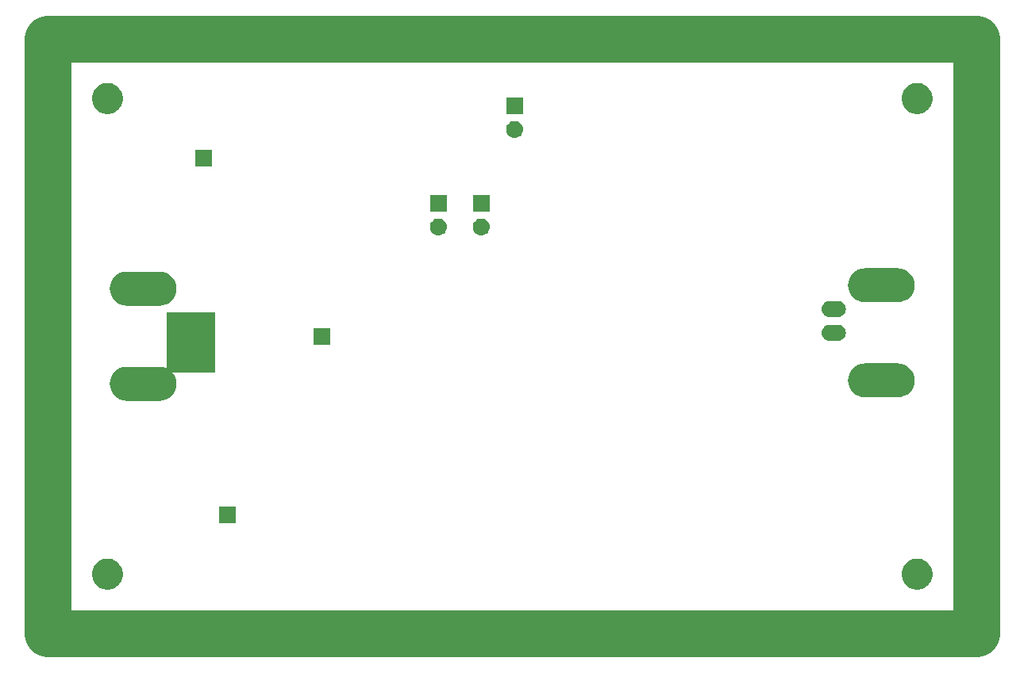
<source format=gbr>
G04 #@! TF.GenerationSoftware,KiCad,Pcbnew,(5.1.0-0)*
G04 #@! TF.CreationDate,2021-05-05T21:59:45-07:00*
G04 #@! TF.ProjectId,voltage_preamp,766f6c74-6167-4655-9f70-7265616d702e,rev?*
G04 #@! TF.SameCoordinates,Original*
G04 #@! TF.FileFunction,Soldermask,Bot*
G04 #@! TF.FilePolarity,Negative*
%FSLAX46Y46*%
G04 Gerber Fmt 4.6, Leading zero omitted, Abs format (unit mm)*
G04 Created by KiCad (PCBNEW (5.1.0-0)) date 2021-05-05 21:59:45*
%MOMM*%
%LPD*%
G04 APERTURE LIST*
%ADD10C,0.100000*%
%ADD11C,5.000000*%
G04 APERTURE END LIST*
D10*
G36*
X129540000Y-147320000D02*
G01*
X124460000Y-147320000D01*
X124460000Y-140970000D01*
X129540000Y-140970000D01*
X129540000Y-147320000D01*
G37*
X129540000Y-147320000D02*
X124460000Y-147320000D01*
X124460000Y-140970000D01*
X129540000Y-140970000D01*
X129540000Y-147320000D01*
D11*
X210820000Y-111760000D02*
X111760000Y-111760000D01*
X210820000Y-175260000D02*
X210820000Y-111760000D01*
X111760000Y-175260000D02*
X210820000Y-175260000D01*
X111760000Y-111760000D02*
X111760000Y-175260000D01*
D10*
G36*
X204845256Y-167301298D02*
G01*
X204951579Y-167322447D01*
X205252042Y-167446903D01*
X205522451Y-167627585D01*
X205752415Y-167857549D01*
X205933097Y-168127958D01*
X206057553Y-168428421D01*
X206121000Y-168747391D01*
X206121000Y-169072609D01*
X206057553Y-169391579D01*
X205933097Y-169692042D01*
X205752415Y-169962451D01*
X205522451Y-170192415D01*
X205252042Y-170373097D01*
X204951579Y-170497553D01*
X204845256Y-170518702D01*
X204632611Y-170561000D01*
X204307389Y-170561000D01*
X204094744Y-170518702D01*
X203988421Y-170497553D01*
X203687958Y-170373097D01*
X203417549Y-170192415D01*
X203187585Y-169962451D01*
X203006903Y-169692042D01*
X202882447Y-169391579D01*
X202819000Y-169072609D01*
X202819000Y-168747391D01*
X202882447Y-168428421D01*
X203006903Y-168127958D01*
X203187585Y-167857549D01*
X203417549Y-167627585D01*
X203687958Y-167446903D01*
X203988421Y-167322447D01*
X204094744Y-167301298D01*
X204307389Y-167259000D01*
X204632611Y-167259000D01*
X204845256Y-167301298D01*
X204845256Y-167301298D01*
G37*
G36*
X118485256Y-167301298D02*
G01*
X118591579Y-167322447D01*
X118892042Y-167446903D01*
X119162451Y-167627585D01*
X119392415Y-167857549D01*
X119573097Y-168127958D01*
X119697553Y-168428421D01*
X119761000Y-168747391D01*
X119761000Y-169072609D01*
X119697553Y-169391579D01*
X119573097Y-169692042D01*
X119392415Y-169962451D01*
X119162451Y-170192415D01*
X118892042Y-170373097D01*
X118591579Y-170497553D01*
X118485256Y-170518702D01*
X118272611Y-170561000D01*
X117947389Y-170561000D01*
X117734744Y-170518702D01*
X117628421Y-170497553D01*
X117327958Y-170373097D01*
X117057549Y-170192415D01*
X116827585Y-169962451D01*
X116646903Y-169692042D01*
X116522447Y-169391579D01*
X116459000Y-169072609D01*
X116459000Y-168747391D01*
X116522447Y-168428421D01*
X116646903Y-168127958D01*
X116827585Y-167857549D01*
X117057549Y-167627585D01*
X117327958Y-167446903D01*
X117628421Y-167322447D01*
X117734744Y-167301298D01*
X117947389Y-167259000D01*
X118272611Y-167259000D01*
X118485256Y-167301298D01*
X118485256Y-167301298D01*
G37*
G36*
X131838000Y-163461000D02*
G01*
X130036000Y-163461000D01*
X130036000Y-161659000D01*
X131838000Y-161659000D01*
X131838000Y-163461000D01*
X131838000Y-163461000D01*
G37*
G36*
X123846669Y-146797686D02*
G01*
X124023058Y-146815059D01*
X124362548Y-146918042D01*
X124362550Y-146918043D01*
X124675422Y-147085277D01*
X124949661Y-147310339D01*
X125174723Y-147584578D01*
X125341957Y-147897450D01*
X125341958Y-147897452D01*
X125444941Y-148236942D01*
X125479714Y-148590000D01*
X125444941Y-148943058D01*
X125362623Y-149214423D01*
X125341957Y-149282550D01*
X125174723Y-149595422D01*
X124949661Y-149869661D01*
X124675422Y-150094723D01*
X124362550Y-150261957D01*
X124362548Y-150261958D01*
X124023058Y-150364941D01*
X123846669Y-150382314D01*
X123758476Y-150391000D01*
X120081524Y-150391000D01*
X119993331Y-150382314D01*
X119816942Y-150364941D01*
X119477452Y-150261958D01*
X119477450Y-150261957D01*
X119164578Y-150094723D01*
X118890339Y-149869661D01*
X118665277Y-149595422D01*
X118498043Y-149282550D01*
X118477377Y-149214423D01*
X118395059Y-148943058D01*
X118360286Y-148590000D01*
X118395059Y-148236942D01*
X118498042Y-147897452D01*
X118498043Y-147897450D01*
X118665277Y-147584578D01*
X118890339Y-147310339D01*
X119164578Y-147085277D01*
X119477450Y-146918043D01*
X119477452Y-146918042D01*
X119816942Y-146815059D01*
X119993331Y-146797686D01*
X120081524Y-146789000D01*
X123758476Y-146789000D01*
X123846669Y-146797686D01*
X123846669Y-146797686D01*
G37*
G36*
X202586669Y-146416686D02*
G01*
X202763058Y-146434059D01*
X203102548Y-146537042D01*
X203102550Y-146537043D01*
X203415422Y-146704277D01*
X203640125Y-146888686D01*
X203689661Y-146929339D01*
X203914722Y-147203577D01*
X204081958Y-147516452D01*
X204184941Y-147855942D01*
X204219714Y-148209000D01*
X204184941Y-148562058D01*
X204081958Y-148901548D01*
X204081957Y-148901550D01*
X203914723Y-149214422D01*
X203689661Y-149488661D01*
X203415422Y-149713723D01*
X203123683Y-149869661D01*
X203102548Y-149880958D01*
X202763058Y-149983941D01*
X202586669Y-150001314D01*
X202498476Y-150010000D01*
X198821524Y-150010000D01*
X198733331Y-150001314D01*
X198556942Y-149983941D01*
X198217452Y-149880958D01*
X198196317Y-149869661D01*
X197904578Y-149713723D01*
X197630339Y-149488661D01*
X197405277Y-149214422D01*
X197238043Y-148901550D01*
X197238042Y-148901548D01*
X197135059Y-148562058D01*
X197100286Y-148209000D01*
X197135059Y-147855942D01*
X197238042Y-147516452D01*
X197405278Y-147203577D01*
X197630339Y-146929339D01*
X197679875Y-146888686D01*
X197904578Y-146704277D01*
X198217450Y-146537043D01*
X198217452Y-146537042D01*
X198556942Y-146434059D01*
X198733331Y-146416686D01*
X198821524Y-146408000D01*
X202498476Y-146408000D01*
X202586669Y-146416686D01*
X202586669Y-146416686D01*
G37*
G36*
X127616823Y-145211313D02*
G01*
X127777242Y-145259976D01*
X127909906Y-145330886D01*
X127925078Y-145338996D01*
X128054659Y-145445341D01*
X128161004Y-145574922D01*
X128161005Y-145574924D01*
X128240024Y-145722758D01*
X128288687Y-145883177D01*
X128305117Y-146050000D01*
X128288687Y-146216823D01*
X128240024Y-146377242D01*
X128169114Y-146509906D01*
X128161004Y-146525078D01*
X128054659Y-146654659D01*
X127925078Y-146761004D01*
X127925076Y-146761005D01*
X127777242Y-146840024D01*
X127616823Y-146888687D01*
X127491804Y-146901000D01*
X126508196Y-146901000D01*
X126383177Y-146888687D01*
X126222758Y-146840024D01*
X126074924Y-146761005D01*
X126074922Y-146761004D01*
X125945341Y-146654659D01*
X125838996Y-146525078D01*
X125830886Y-146509906D01*
X125759976Y-146377242D01*
X125711313Y-146216823D01*
X125694883Y-146050000D01*
X125711313Y-145883177D01*
X125759976Y-145722758D01*
X125838995Y-145574924D01*
X125838996Y-145574922D01*
X125945341Y-145445341D01*
X126074922Y-145338996D01*
X126090094Y-145330886D01*
X126222758Y-145259976D01*
X126383177Y-145211313D01*
X126508196Y-145199000D01*
X127491804Y-145199000D01*
X127616823Y-145211313D01*
X127616823Y-145211313D01*
G37*
G36*
X141871000Y-144411000D02*
G01*
X140069000Y-144411000D01*
X140069000Y-142609000D01*
X141871000Y-142609000D01*
X141871000Y-144411000D01*
X141871000Y-144411000D01*
G37*
G36*
X127616823Y-142671313D02*
G01*
X127777242Y-142719976D01*
X127909906Y-142790886D01*
X127925078Y-142798996D01*
X128054659Y-142905341D01*
X128161004Y-143034922D01*
X128161005Y-143034924D01*
X128240024Y-143182758D01*
X128288687Y-143343177D01*
X128305117Y-143510000D01*
X128288687Y-143676823D01*
X128240024Y-143837242D01*
X128196310Y-143919025D01*
X128161004Y-143985078D01*
X128054659Y-144114659D01*
X127925078Y-144221004D01*
X127925076Y-144221005D01*
X127777242Y-144300024D01*
X127616823Y-144348687D01*
X127491804Y-144361000D01*
X126508196Y-144361000D01*
X126383177Y-144348687D01*
X126222758Y-144300024D01*
X126074924Y-144221005D01*
X126074922Y-144221004D01*
X125945341Y-144114659D01*
X125838996Y-143985078D01*
X125803690Y-143919025D01*
X125759976Y-143837242D01*
X125711313Y-143676823D01*
X125694883Y-143510000D01*
X125711313Y-143343177D01*
X125759976Y-143182758D01*
X125838995Y-143034924D01*
X125838996Y-143034922D01*
X125945341Y-142905341D01*
X126074922Y-142798996D01*
X126090094Y-142790886D01*
X126222758Y-142719976D01*
X126383177Y-142671313D01*
X126508196Y-142659000D01*
X127491804Y-142659000D01*
X127616823Y-142671313D01*
X127616823Y-142671313D01*
G37*
G36*
X196196823Y-142290313D02*
G01*
X196357242Y-142338976D01*
X196489906Y-142409886D01*
X196505078Y-142417996D01*
X196634659Y-142524341D01*
X196741004Y-142653922D01*
X196741005Y-142653924D01*
X196820024Y-142801758D01*
X196868687Y-142962177D01*
X196885117Y-143129000D01*
X196868687Y-143295823D01*
X196820024Y-143456242D01*
X196749114Y-143588906D01*
X196741004Y-143604078D01*
X196634659Y-143733659D01*
X196505078Y-143840004D01*
X196505076Y-143840005D01*
X196357242Y-143919024D01*
X196196823Y-143967687D01*
X196071804Y-143980000D01*
X195088196Y-143980000D01*
X194963177Y-143967687D01*
X194802758Y-143919024D01*
X194654924Y-143840005D01*
X194654922Y-143840004D01*
X194525341Y-143733659D01*
X194418996Y-143604078D01*
X194410886Y-143588906D01*
X194339976Y-143456242D01*
X194291313Y-143295823D01*
X194274883Y-143129000D01*
X194291313Y-142962177D01*
X194339976Y-142801758D01*
X194418995Y-142653924D01*
X194418996Y-142653922D01*
X194525341Y-142524341D01*
X194654922Y-142417996D01*
X194670094Y-142409886D01*
X194802758Y-142338976D01*
X194963177Y-142290313D01*
X195088196Y-142278000D01*
X196071804Y-142278000D01*
X196196823Y-142290313D01*
X196196823Y-142290313D01*
G37*
G36*
X196196823Y-139750313D02*
G01*
X196357242Y-139798976D01*
X196452701Y-139850000D01*
X196505078Y-139877996D01*
X196634659Y-139984341D01*
X196741004Y-140113922D01*
X196741005Y-140113924D01*
X196820024Y-140261758D01*
X196868687Y-140422177D01*
X196885117Y-140589000D01*
X196868687Y-140755823D01*
X196820024Y-140916242D01*
X196749114Y-141048906D01*
X196741004Y-141064078D01*
X196634659Y-141193659D01*
X196505078Y-141300004D01*
X196505076Y-141300005D01*
X196357242Y-141379024D01*
X196196823Y-141427687D01*
X196071804Y-141440000D01*
X195088196Y-141440000D01*
X194963177Y-141427687D01*
X194802758Y-141379024D01*
X194654924Y-141300005D01*
X194654922Y-141300004D01*
X194525341Y-141193659D01*
X194418996Y-141064078D01*
X194410886Y-141048906D01*
X194339976Y-140916242D01*
X194291313Y-140755823D01*
X194274883Y-140589000D01*
X194291313Y-140422177D01*
X194339976Y-140261758D01*
X194418995Y-140113924D01*
X194418996Y-140113922D01*
X194525341Y-139984341D01*
X194654922Y-139877996D01*
X194707299Y-139850000D01*
X194802758Y-139798976D01*
X194963177Y-139750313D01*
X195088196Y-139738000D01*
X196071804Y-139738000D01*
X196196823Y-139750313D01*
X196196823Y-139750313D01*
G37*
G36*
X123846669Y-136637686D02*
G01*
X124023058Y-136655059D01*
X124362548Y-136758042D01*
X124362550Y-136758043D01*
X124675422Y-136925277D01*
X124949661Y-137150339D01*
X125174723Y-137424578D01*
X125341957Y-137737450D01*
X125341958Y-137737452D01*
X125444941Y-138076942D01*
X125479714Y-138430000D01*
X125444941Y-138783058D01*
X125362623Y-139054423D01*
X125341957Y-139122550D01*
X125174723Y-139435422D01*
X124949661Y-139709661D01*
X124675422Y-139934723D01*
X124582593Y-139984341D01*
X124362548Y-140101958D01*
X124023058Y-140204941D01*
X123846669Y-140222314D01*
X123758476Y-140231000D01*
X120081524Y-140231000D01*
X119993331Y-140222314D01*
X119816942Y-140204941D01*
X119477452Y-140101958D01*
X119257407Y-139984341D01*
X119164578Y-139934723D01*
X118890339Y-139709661D01*
X118665277Y-139435422D01*
X118498043Y-139122550D01*
X118477377Y-139054423D01*
X118395059Y-138783058D01*
X118360286Y-138430000D01*
X118395059Y-138076942D01*
X118498042Y-137737452D01*
X118498043Y-137737450D01*
X118665277Y-137424578D01*
X118890339Y-137150339D01*
X119164578Y-136925277D01*
X119477450Y-136758043D01*
X119477452Y-136758042D01*
X119816942Y-136655059D01*
X119993331Y-136637686D01*
X120081524Y-136629000D01*
X123758476Y-136629000D01*
X123846669Y-136637686D01*
X123846669Y-136637686D01*
G37*
G36*
X202586669Y-136256686D02*
G01*
X202763058Y-136274059D01*
X203102548Y-136377042D01*
X203102550Y-136377043D01*
X203415422Y-136544277D01*
X203415424Y-136544278D01*
X203415423Y-136544278D01*
X203689661Y-136769339D01*
X203914722Y-137043577D01*
X204081958Y-137356452D01*
X204184941Y-137695942D01*
X204219714Y-138049000D01*
X204184941Y-138402058D01*
X204081958Y-138741548D01*
X204081957Y-138741550D01*
X203914723Y-139054422D01*
X203689661Y-139328661D01*
X203415422Y-139553723D01*
X203123683Y-139709661D01*
X203102548Y-139720958D01*
X202763058Y-139823941D01*
X202586669Y-139841314D01*
X202498476Y-139850000D01*
X198821524Y-139850000D01*
X198733331Y-139841314D01*
X198556942Y-139823941D01*
X198217452Y-139720958D01*
X198196317Y-139709661D01*
X197904578Y-139553723D01*
X197630339Y-139328661D01*
X197405277Y-139054422D01*
X197238043Y-138741550D01*
X197238042Y-138741548D01*
X197135059Y-138402058D01*
X197100286Y-138049000D01*
X197135059Y-137695942D01*
X197238042Y-137356452D01*
X197405278Y-137043577D01*
X197630339Y-136769339D01*
X197904577Y-136544278D01*
X197904576Y-136544278D01*
X197904578Y-136544277D01*
X198217450Y-136377043D01*
X198217452Y-136377042D01*
X198556942Y-136274059D01*
X198733331Y-136256686D01*
X198821524Y-136248000D01*
X202498476Y-136248000D01*
X202586669Y-136256686D01*
X202586669Y-136256686D01*
G37*
G36*
X158098443Y-130931519D02*
G01*
X158164627Y-130938037D01*
X158334466Y-130989557D01*
X158490991Y-131073222D01*
X158526729Y-131102552D01*
X158628186Y-131185814D01*
X158711448Y-131287271D01*
X158740778Y-131323009D01*
X158824443Y-131479534D01*
X158875963Y-131649373D01*
X158893359Y-131826000D01*
X158875963Y-132002627D01*
X158824443Y-132172466D01*
X158740778Y-132328991D01*
X158711448Y-132364729D01*
X158628186Y-132466186D01*
X158526729Y-132549448D01*
X158490991Y-132578778D01*
X158334466Y-132662443D01*
X158164627Y-132713963D01*
X158098443Y-132720481D01*
X158032260Y-132727000D01*
X157943740Y-132727000D01*
X157877557Y-132720481D01*
X157811373Y-132713963D01*
X157641534Y-132662443D01*
X157485009Y-132578778D01*
X157449271Y-132549448D01*
X157347814Y-132466186D01*
X157264552Y-132364729D01*
X157235222Y-132328991D01*
X157151557Y-132172466D01*
X157100037Y-132002627D01*
X157082641Y-131826000D01*
X157100037Y-131649373D01*
X157151557Y-131479534D01*
X157235222Y-131323009D01*
X157264552Y-131287271D01*
X157347814Y-131185814D01*
X157449271Y-131102552D01*
X157485009Y-131073222D01*
X157641534Y-130989557D01*
X157811373Y-130938037D01*
X157877557Y-130931519D01*
X157943740Y-130925000D01*
X158032260Y-130925000D01*
X158098443Y-130931519D01*
X158098443Y-130931519D01*
G37*
G36*
X153526443Y-130931519D02*
G01*
X153592627Y-130938037D01*
X153762466Y-130989557D01*
X153918991Y-131073222D01*
X153954729Y-131102552D01*
X154056186Y-131185814D01*
X154139448Y-131287271D01*
X154168778Y-131323009D01*
X154252443Y-131479534D01*
X154303963Y-131649373D01*
X154321359Y-131826000D01*
X154303963Y-132002627D01*
X154252443Y-132172466D01*
X154168778Y-132328991D01*
X154139448Y-132364729D01*
X154056186Y-132466186D01*
X153954729Y-132549448D01*
X153918991Y-132578778D01*
X153762466Y-132662443D01*
X153592627Y-132713963D01*
X153526443Y-132720481D01*
X153460260Y-132727000D01*
X153371740Y-132727000D01*
X153305557Y-132720481D01*
X153239373Y-132713963D01*
X153069534Y-132662443D01*
X152913009Y-132578778D01*
X152877271Y-132549448D01*
X152775814Y-132466186D01*
X152692552Y-132364729D01*
X152663222Y-132328991D01*
X152579557Y-132172466D01*
X152528037Y-132002627D01*
X152510641Y-131826000D01*
X152528037Y-131649373D01*
X152579557Y-131479534D01*
X152663222Y-131323009D01*
X152692552Y-131287271D01*
X152775814Y-131185814D01*
X152877271Y-131102552D01*
X152913009Y-131073222D01*
X153069534Y-130989557D01*
X153239373Y-130938037D01*
X153305557Y-130931519D01*
X153371740Y-130925000D01*
X153460260Y-130925000D01*
X153526443Y-130931519D01*
X153526443Y-130931519D01*
G37*
G36*
X154317000Y-130187000D02*
G01*
X152515000Y-130187000D01*
X152515000Y-128385000D01*
X154317000Y-128385000D01*
X154317000Y-130187000D01*
X154317000Y-130187000D01*
G37*
G36*
X158889000Y-130187000D02*
G01*
X157087000Y-130187000D01*
X157087000Y-128385000D01*
X158889000Y-128385000D01*
X158889000Y-130187000D01*
X158889000Y-130187000D01*
G37*
G36*
X129298000Y-125361000D02*
G01*
X127496000Y-125361000D01*
X127496000Y-123559000D01*
X129298000Y-123559000D01*
X129298000Y-125361000D01*
X129298000Y-125361000D01*
G37*
G36*
X161654442Y-120517518D02*
G01*
X161720627Y-120524037D01*
X161890466Y-120575557D01*
X162046991Y-120659222D01*
X162082729Y-120688552D01*
X162184186Y-120771814D01*
X162267448Y-120873271D01*
X162296778Y-120909009D01*
X162380443Y-121065534D01*
X162431963Y-121235373D01*
X162449359Y-121412000D01*
X162431963Y-121588627D01*
X162380443Y-121758466D01*
X162296778Y-121914991D01*
X162267448Y-121950729D01*
X162184186Y-122052186D01*
X162082729Y-122135448D01*
X162046991Y-122164778D01*
X161890466Y-122248443D01*
X161720627Y-122299963D01*
X161654442Y-122306482D01*
X161588260Y-122313000D01*
X161499740Y-122313000D01*
X161433558Y-122306482D01*
X161367373Y-122299963D01*
X161197534Y-122248443D01*
X161041009Y-122164778D01*
X161005271Y-122135448D01*
X160903814Y-122052186D01*
X160820552Y-121950729D01*
X160791222Y-121914991D01*
X160707557Y-121758466D01*
X160656037Y-121588627D01*
X160638641Y-121412000D01*
X160656037Y-121235373D01*
X160707557Y-121065534D01*
X160791222Y-120909009D01*
X160820552Y-120873271D01*
X160903814Y-120771814D01*
X161005271Y-120688552D01*
X161041009Y-120659222D01*
X161197534Y-120575557D01*
X161367373Y-120524037D01*
X161433558Y-120517518D01*
X161499740Y-120511000D01*
X161588260Y-120511000D01*
X161654442Y-120517518D01*
X161654442Y-120517518D01*
G37*
G36*
X162445000Y-119773000D02*
G01*
X160643000Y-119773000D01*
X160643000Y-117971000D01*
X162445000Y-117971000D01*
X162445000Y-119773000D01*
X162445000Y-119773000D01*
G37*
G36*
X204845256Y-116501298D02*
G01*
X204951579Y-116522447D01*
X205252042Y-116646903D01*
X205522451Y-116827585D01*
X205752415Y-117057549D01*
X205933097Y-117327958D01*
X206057553Y-117628421D01*
X206121000Y-117947391D01*
X206121000Y-118272609D01*
X206057553Y-118591579D01*
X205933097Y-118892042D01*
X205752415Y-119162451D01*
X205522451Y-119392415D01*
X205252042Y-119573097D01*
X204951579Y-119697553D01*
X204845256Y-119718702D01*
X204632611Y-119761000D01*
X204307389Y-119761000D01*
X204094744Y-119718702D01*
X203988421Y-119697553D01*
X203687958Y-119573097D01*
X203417549Y-119392415D01*
X203187585Y-119162451D01*
X203006903Y-118892042D01*
X202882447Y-118591579D01*
X202819000Y-118272609D01*
X202819000Y-117947391D01*
X202882447Y-117628421D01*
X203006903Y-117327958D01*
X203187585Y-117057549D01*
X203417549Y-116827585D01*
X203687958Y-116646903D01*
X203988421Y-116522447D01*
X204094744Y-116501298D01*
X204307389Y-116459000D01*
X204632611Y-116459000D01*
X204845256Y-116501298D01*
X204845256Y-116501298D01*
G37*
G36*
X118485256Y-116501298D02*
G01*
X118591579Y-116522447D01*
X118892042Y-116646903D01*
X119162451Y-116827585D01*
X119392415Y-117057549D01*
X119573097Y-117327958D01*
X119697553Y-117628421D01*
X119761000Y-117947391D01*
X119761000Y-118272609D01*
X119697553Y-118591579D01*
X119573097Y-118892042D01*
X119392415Y-119162451D01*
X119162451Y-119392415D01*
X118892042Y-119573097D01*
X118591579Y-119697553D01*
X118485256Y-119718702D01*
X118272611Y-119761000D01*
X117947389Y-119761000D01*
X117734744Y-119718702D01*
X117628421Y-119697553D01*
X117327958Y-119573097D01*
X117057549Y-119392415D01*
X116827585Y-119162451D01*
X116646903Y-118892042D01*
X116522447Y-118591579D01*
X116459000Y-118272609D01*
X116459000Y-117947391D01*
X116522447Y-117628421D01*
X116646903Y-117327958D01*
X116827585Y-117057549D01*
X117057549Y-116827585D01*
X117327958Y-116646903D01*
X117628421Y-116522447D01*
X117734744Y-116501298D01*
X117947389Y-116459000D01*
X118272611Y-116459000D01*
X118485256Y-116501298D01*
X118485256Y-116501298D01*
G37*
M02*

</source>
